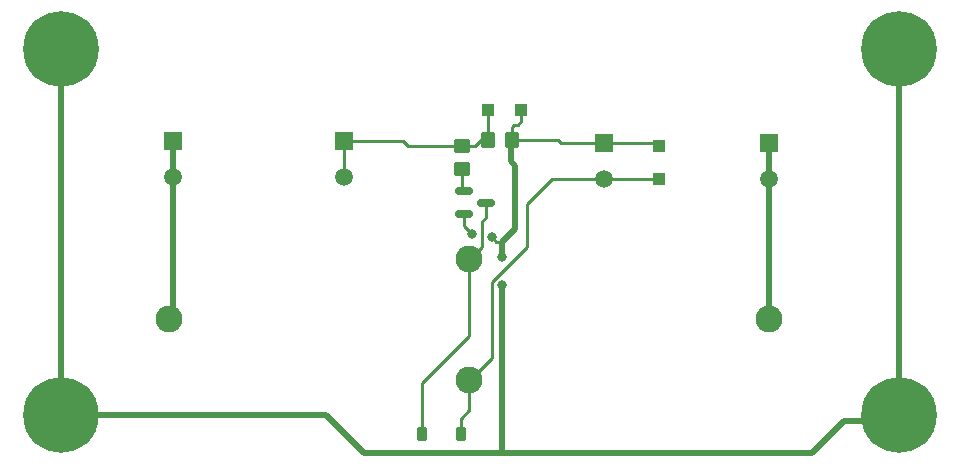
<source format=gbr>
%TF.GenerationSoftware,KiCad,Pcbnew,7.0.1*%
%TF.CreationDate,2023-07-05T17:42:56-06:00*%
%TF.ProjectId,Discharge_Switch,44697363-6861-4726-9765-5f5377697463,1*%
%TF.SameCoordinates,Original*%
%TF.FileFunction,Copper,L1,Top*%
%TF.FilePolarity,Positive*%
%FSLAX46Y46*%
G04 Gerber Fmt 4.6, Leading zero omitted, Abs format (unit mm)*
G04 Created by KiCad (PCBNEW 7.0.1) date 2023-07-05 17:42:56*
%MOMM*%
%LPD*%
G01*
G04 APERTURE LIST*
G04 Aperture macros list*
%AMRoundRect*
0 Rectangle with rounded corners*
0 $1 Rounding radius*
0 $2 $3 $4 $5 $6 $7 $8 $9 X,Y pos of 4 corners*
0 Add a 4 corners polygon primitive as box body*
4,1,4,$2,$3,$4,$5,$6,$7,$8,$9,$2,$3,0*
0 Add four circle primitives for the rounded corners*
1,1,$1+$1,$2,$3*
1,1,$1+$1,$4,$5*
1,1,$1+$1,$6,$7*
1,1,$1+$1,$8,$9*
0 Add four rect primitives between the rounded corners*
20,1,$1+$1,$2,$3,$4,$5,0*
20,1,$1+$1,$4,$5,$6,$7,0*
20,1,$1+$1,$6,$7,$8,$9,0*
20,1,$1+$1,$8,$9,$2,$3,0*%
G04 Aperture macros list end*
%TA.AperFunction,ComponentPad*%
%ADD10C,2.286000*%
%TD*%
%TA.AperFunction,SMDPad,CuDef*%
%ADD11RoundRect,0.250000X-0.350000X-0.450000X0.350000X-0.450000X0.350000X0.450000X-0.350000X0.450000X0*%
%TD*%
%TA.AperFunction,SMDPad,CuDef*%
%ADD12RoundRect,0.250000X-0.300000X-0.300000X0.300000X-0.300000X0.300000X0.300000X-0.300000X0.300000X0*%
%TD*%
%TA.AperFunction,ComponentPad*%
%ADD13C,0.800000*%
%TD*%
%TA.AperFunction,ComponentPad*%
%ADD14C,6.400000*%
%TD*%
%TA.AperFunction,SMDPad,CuDef*%
%ADD15RoundRect,0.225000X0.225000X0.375000X-0.225000X0.375000X-0.225000X-0.375000X0.225000X-0.375000X0*%
%TD*%
%TA.AperFunction,SMDPad,CuDef*%
%ADD16RoundRect,0.250000X0.300000X-0.300000X0.300000X0.300000X-0.300000X0.300000X-0.300000X-0.300000X0*%
%TD*%
%TA.AperFunction,ComponentPad*%
%ADD17R,1.520000X1.520000*%
%TD*%
%TA.AperFunction,ComponentPad*%
%ADD18C,1.520000*%
%TD*%
%TA.AperFunction,SMDPad,CuDef*%
%ADD19RoundRect,0.150000X-0.587500X-0.150000X0.587500X-0.150000X0.587500X0.150000X-0.587500X0.150000X0*%
%TD*%
%TA.AperFunction,SMDPad,CuDef*%
%ADD20RoundRect,0.250000X-0.450000X0.350000X-0.450000X-0.350000X0.450000X-0.350000X0.450000X0.350000X0*%
%TD*%
%TA.AperFunction,ViaPad*%
%ADD21C,0.800000*%
%TD*%
%TA.AperFunction,Conductor*%
%ADD22C,0.250000*%
%TD*%
%TA.AperFunction,Conductor*%
%ADD23C,0.500000*%
%TD*%
G04 APERTURE END LIST*
D10*
%TO.P,K1,1*%
%TO.N,Net-(J1-Pin_1)*%
X112502944Y-99202944D03*
%TO.P,K1,2*%
%TO.N,Net-(J2-Pin_1)*%
X163302944Y-99202944D03*
%TO.P,K1,3,-*%
%TO.N,Net-(D1-A)*%
X137902944Y-94102944D03*
%TO.P,K1,4,+*%
%TO.N,Net-(D1-K)*%
X137902944Y-104302944D03*
%TD*%
D11*
%TO.P,R1,1*%
%TO.N,Net-(D3-K)*%
X139502944Y-84002944D03*
%TO.P,R1,2*%
%TO.N,GND*%
X141502944Y-84002944D03*
%TD*%
D12*
%TO.P,D3,1,K*%
%TO.N,Net-(D3-K)*%
X139502944Y-81502944D03*
%TO.P,D3,2,A*%
%TO.N,GND*%
X142302944Y-81502944D03*
%TD*%
D13*
%TO.P,H1,1,1*%
%TO.N,GND*%
X100902944Y-76302944D03*
X101605888Y-74605888D03*
X101605888Y-78000000D03*
X103302944Y-73902944D03*
D14*
X103302944Y-76302944D03*
D13*
X103302944Y-78702944D03*
X105000000Y-74605888D03*
X105000000Y-78000000D03*
X105702944Y-76302944D03*
%TD*%
D15*
%TO.P,D1,1,K*%
%TO.N,Net-(D1-K)*%
X137202944Y-108902944D03*
%TO.P,D1,2,A*%
%TO.N,Net-(D1-A)*%
X133902944Y-108902944D03*
%TD*%
D16*
%TO.P,D2,1,K*%
%TO.N,Net-(D1-K)*%
X154002944Y-87302944D03*
%TO.P,D2,2,A*%
%TO.N,GND*%
X154002944Y-84502944D03*
%TD*%
D13*
%TO.P,H4,1,1*%
%TO.N,GND*%
X171902944Y-107302944D03*
X172605888Y-105605888D03*
X172605888Y-109000000D03*
X174302944Y-104902944D03*
D14*
X174302944Y-107302944D03*
D13*
X174302944Y-109702944D03*
X176000000Y-105605888D03*
X176000000Y-109000000D03*
X176702944Y-107302944D03*
%TD*%
D17*
%TO.P,J3,1,Pin_1*%
%TO.N,GND*%
X149302944Y-84302944D03*
D18*
%TO.P,J3,2,Pin_2*%
%TO.N,Net-(D1-K)*%
X149302944Y-87302944D03*
%TD*%
D13*
%TO.P,H2,1,1*%
%TO.N,GND*%
X100902944Y-107302944D03*
X101605888Y-105605888D03*
X101605888Y-109000000D03*
X103302944Y-104902944D03*
D14*
X103302944Y-107302944D03*
D13*
X103302944Y-109702944D03*
X105000000Y-105605888D03*
X105000000Y-109000000D03*
X105702944Y-107302944D03*
%TD*%
D17*
%TO.P,J2,1,Pin_1*%
%TO.N,Net-(J2-Pin_1)*%
X163302944Y-84302944D03*
D18*
%TO.P,J2,2,Pin_2*%
X163302944Y-87302944D03*
%TD*%
D13*
%TO.P,H3,1,1*%
%TO.N,GND*%
X171902944Y-76302944D03*
X172605888Y-74605888D03*
X172605888Y-78000000D03*
X174302944Y-73902944D03*
D14*
X174302944Y-76302944D03*
D13*
X174302944Y-78702944D03*
X176000000Y-74605888D03*
X176000000Y-78000000D03*
X176702944Y-76302944D03*
%TD*%
D19*
%TO.P,Q1,1,G*%
%TO.N,Net-(Q1-G)*%
X137427944Y-88352944D03*
%TO.P,Q1,2,S*%
%TO.N,GND*%
X137427944Y-90252944D03*
%TO.P,Q1,3,D*%
%TO.N,Net-(D1-A)*%
X139302944Y-89302944D03*
%TD*%
D17*
%TO.P,J1,1,Pin_1*%
%TO.N,Net-(J1-Pin_1)*%
X112802944Y-84112944D03*
D18*
%TO.P,J1,2,Pin_2*%
X112802944Y-87112944D03*
%TD*%
D17*
%TO.P,J4,1,Pin_1*%
%TO.N,Net-(D3-K)*%
X127302944Y-84112944D03*
D18*
%TO.P,J4,2,Pin_2*%
X127302944Y-87112944D03*
%TD*%
D20*
%TO.P,R2,1*%
%TO.N,Net-(D3-K)*%
X137302944Y-84502944D03*
%TO.P,R2,2*%
%TO.N,Net-(Q1-G)*%
X137302944Y-86502944D03*
%TD*%
D21*
%TO.N,GND*%
X140702944Y-96302944D03*
X138102944Y-92002944D03*
X140702944Y-93902944D03*
X139802944Y-92202944D03*
%TD*%
D22*
%TO.N,GND*%
X141502944Y-84002944D02*
X145402944Y-84002944D01*
X142302944Y-82402944D02*
X142302944Y-81502944D01*
X139802944Y-92202944D02*
X140202944Y-92602944D01*
X141502944Y-82902944D02*
X141702944Y-82702944D01*
X142002944Y-82702944D02*
X142302944Y-82402944D01*
D23*
X140702944Y-110502944D02*
X140702944Y-96302944D01*
D22*
X149302944Y-84302944D02*
X153802944Y-84302944D01*
X153802944Y-84302944D02*
X154002944Y-84502944D01*
D23*
X173802944Y-107802944D02*
X174302944Y-107302944D01*
X140702944Y-93902944D02*
X140702944Y-92602944D01*
X141802944Y-86202944D02*
X141402944Y-85802944D01*
X141802944Y-91502944D02*
X141802944Y-86202944D01*
X140702944Y-92602944D02*
X141802944Y-91502944D01*
D22*
X141702944Y-82702944D02*
X142002944Y-82702944D01*
D23*
X166902944Y-110502944D02*
X169602944Y-107802944D01*
X141402944Y-85802944D02*
X141402944Y-84102944D01*
D22*
X145402944Y-84002944D02*
X145702944Y-84302944D01*
D23*
X103302944Y-107302944D02*
X125802944Y-107302944D01*
X129002944Y-110502944D02*
X140702944Y-110502944D01*
D22*
X137427944Y-90252944D02*
X137427944Y-91327944D01*
D23*
X140702944Y-110502944D02*
X166902944Y-110502944D01*
X169602944Y-107802944D02*
X173802944Y-107802944D01*
X174302944Y-76302944D02*
X174302944Y-107302944D01*
X141402944Y-84102944D02*
X141502944Y-84002944D01*
D22*
X137427944Y-91327944D02*
X138102944Y-92002944D01*
X141502944Y-84002944D02*
X141502944Y-82902944D01*
X145702944Y-84302944D02*
X149302944Y-84302944D01*
X140202944Y-92602944D02*
X140702944Y-92602944D01*
D23*
X125802944Y-107302944D02*
X129002944Y-110502944D01*
X103302944Y-76302944D02*
X103302944Y-107302944D01*
%TO.N,Net-(J1-Pin_1)*%
X112802944Y-84112944D02*
X112802944Y-87112944D01*
X112802944Y-99002944D02*
X112502944Y-99302944D01*
X112802944Y-87112944D02*
X112802944Y-99002944D01*
D22*
%TO.N,Net-(D1-A)*%
X139302944Y-89302944D02*
X139302944Y-90602944D01*
X137902944Y-94202944D02*
X137902944Y-100602944D01*
X139302944Y-90602944D02*
X139002944Y-90902944D01*
X133902944Y-104602944D02*
X133902944Y-108902944D01*
X139002944Y-90902944D02*
X139002944Y-93102944D01*
X137902944Y-100602944D02*
X133902944Y-104602944D01*
X139002944Y-93102944D02*
X137902944Y-94202944D01*
%TO.N,Net-(D3-K)*%
X138402944Y-84502944D02*
X137302944Y-84502944D01*
X139502944Y-81502944D02*
X139502944Y-84002944D01*
X127302944Y-84112944D02*
X132312944Y-84112944D01*
X127302944Y-84112944D02*
X127302944Y-87112944D01*
X132702944Y-84502944D02*
X137302944Y-84502944D01*
X138902944Y-84002944D02*
X138402944Y-84502944D01*
X132312944Y-84112944D02*
X132702944Y-84502944D01*
X139502944Y-84002944D02*
X138902944Y-84002944D01*
D23*
%TO.N,Net-(J2-Pin_1)*%
X163302944Y-99302944D02*
X163302944Y-87302944D01*
X163302944Y-84302944D02*
X163302944Y-87302944D01*
D22*
%TO.N,Net-(D1-K)*%
X142802944Y-89402944D02*
X142802944Y-93052749D01*
X144902944Y-87302944D02*
X142802944Y-89402944D01*
X139802944Y-96052749D02*
X139802944Y-102502944D01*
X137902944Y-104402944D02*
X137902944Y-106902944D01*
X142802944Y-93052749D02*
X139802944Y-96052749D01*
X149302944Y-87302944D02*
X144902944Y-87302944D01*
X139802944Y-102502944D02*
X137902944Y-104402944D01*
X137902944Y-106902944D02*
X137202944Y-107602944D01*
X149302944Y-87302944D02*
X154002944Y-87302944D01*
X137202944Y-107602944D02*
X137202944Y-108902944D01*
%TO.N,Net-(Q1-G)*%
X137302944Y-88227944D02*
X137427944Y-88352944D01*
X137302944Y-86502944D02*
X137302944Y-88227944D01*
%TD*%
M02*

</source>
